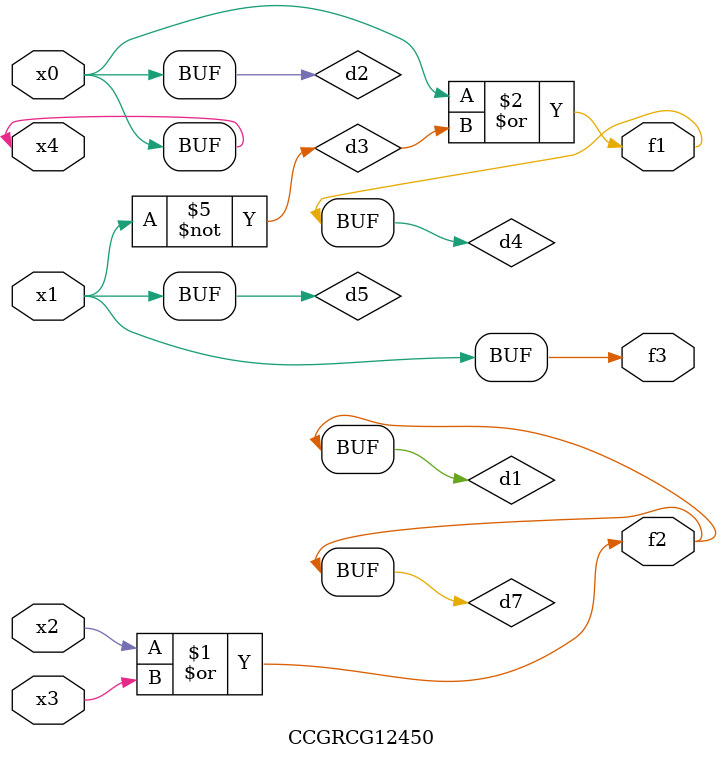
<source format=v>
module CCGRCG12450(
	input x0, x1, x2, x3, x4,
	output f1, f2, f3
);

	wire d1, d2, d3, d4, d5, d6, d7;

	or (d1, x2, x3);
	buf (d2, x0, x4);
	not (d3, x1);
	or (d4, d2, d3);
	not (d5, d3);
	nand (d6, d1, d3);
	or (d7, d1);
	assign f1 = d4;
	assign f2 = d7;
	assign f3 = d5;
endmodule

</source>
